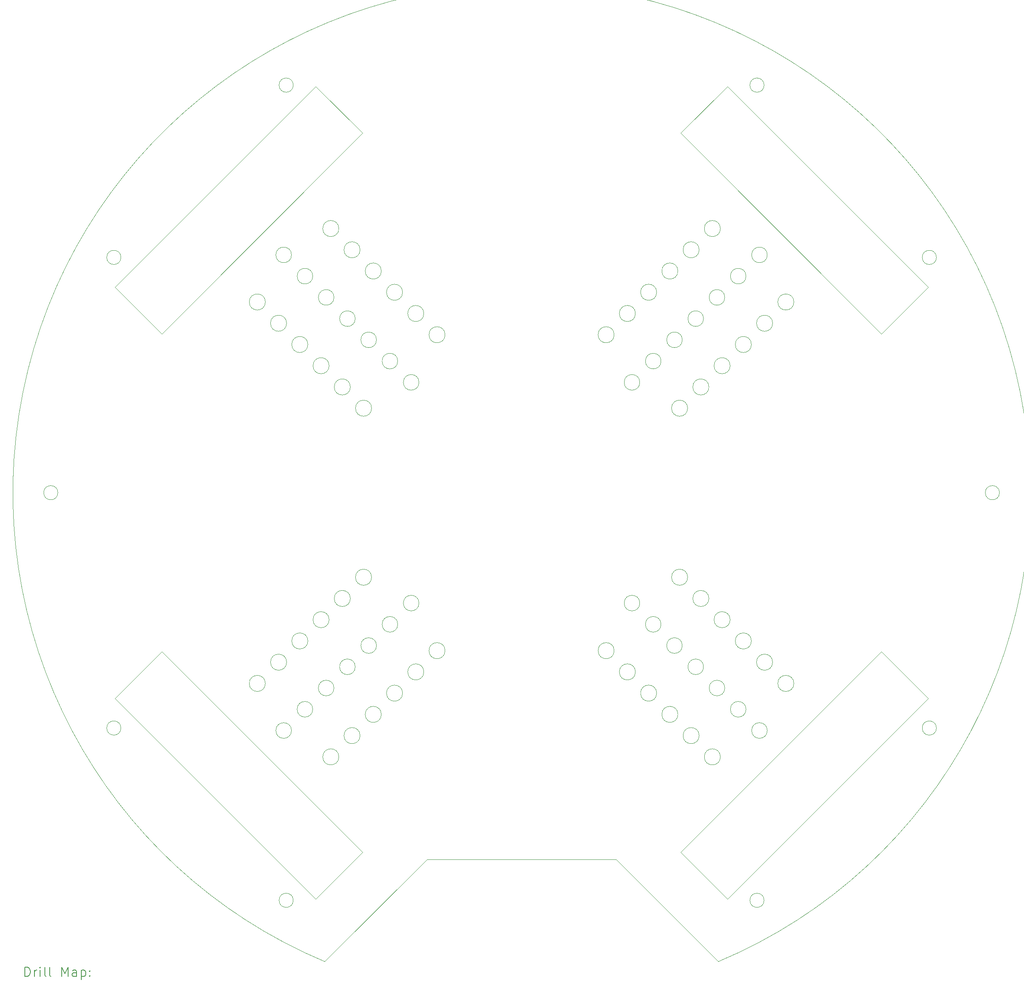
<source format=gbr>
%TF.GenerationSoftware,KiCad,Pcbnew,(6.0.9)*%
%TF.CreationDate,2023-07-09T09:41:22+10:00*%
%TF.ProjectId,Line 2.4,4c696e65-2032-42e3-942e-6b696361645f,rev?*%
%TF.SameCoordinates,Original*%
%TF.FileFunction,Drillmap*%
%TF.FilePolarity,Positive*%
%FSLAX45Y45*%
G04 Gerber Fmt 4.5, Leading zero omitted, Abs format (unit mm)*
G04 Created by KiCad (PCBNEW (6.0.9)) date 2023-07-09 09:41:22*
%MOMM*%
%LPD*%
G01*
G04 APERTURE LIST*
%ADD10C,0.100000*%
%ADD11C,0.200000*%
G04 APERTURE END LIST*
D10*
X29698707Y-5558653D02*
X33941347Y-9801293D01*
X16758653Y-18498707D02*
X17748602Y-17508757D01*
X22283522Y-17381478D02*
G75*
G03*
X22283522Y-17381478I-165000J0D01*
G01*
X30475000Y-22766953D02*
G75*
G03*
X30475000Y-22766953I-150000J0D01*
G01*
X20525000Y-5533047D02*
G75*
G03*
X20525000Y-5533047I-150000J0D01*
G01*
X28746478Y-10918522D02*
G75*
G03*
X28746478Y-10918522I-165000J0D01*
G01*
X28204955Y-18387620D02*
G75*
G03*
X28204955Y-18387620I-170000J0D01*
G01*
X22835045Y-9912380D02*
G75*
G03*
X22835045Y-9912380I-170000J0D01*
G01*
X31104659Y-18181994D02*
G75*
G03*
X31104659Y-18181994I-170000J0D01*
G01*
X30093516Y-9571484D02*
G75*
G03*
X30093516Y-9571484I-165000J0D01*
G01*
X27755942Y-10361393D02*
G75*
G03*
X27755942Y-10361393I-170000J0D01*
G01*
X22386032Y-9463367D02*
G75*
G03*
X22386032Y-9463367I-170000J0D01*
G01*
X30655646Y-10567019D02*
G75*
G03*
X30655646Y-10567019I-170000J0D01*
G01*
X17748602Y-17508757D02*
X21991243Y-21751398D01*
X20936484Y-9571484D02*
G75*
G03*
X20936484Y-9571484I-165000J0D01*
G01*
X22180406Y-15936929D02*
G75*
G03*
X22180406Y-15936929I-170000J0D01*
G01*
X22180405Y-12363070D02*
G75*
G03*
X22180405Y-12363070I-170000J0D01*
G01*
X28653968Y-18836633D02*
G75*
G03*
X28653968Y-18836633I-170000J0D01*
G01*
X27306929Y-10810405D02*
G75*
G03*
X27306929Y-10810405I-170000J0D01*
G01*
X23181548Y-16483452D02*
G75*
G03*
X23181548Y-16483452I-165000J0D01*
G01*
X30206633Y-11016032D02*
G75*
G03*
X30206633Y-11016032I-170000J0D01*
G01*
X21001293Y-22741347D02*
X16758653Y-18498707D01*
X21991243Y-21751398D02*
X21001293Y-22741347D01*
X20487471Y-19177529D02*
G75*
G03*
X20487471Y-19177529I-165000J0D01*
G01*
X30475000Y-5533047D02*
G75*
G03*
X30475000Y-5533047I-150000J0D01*
G01*
X28204955Y-9912380D02*
G75*
G03*
X28204955Y-9912380I-170000J0D01*
G01*
X27755942Y-17938607D02*
G75*
G03*
X27755942Y-17938607I-170000J0D01*
G01*
X20936484Y-18728516D02*
G75*
G03*
X20936484Y-18728516I-165000J0D01*
G01*
X30655646Y-17732981D02*
G75*
G03*
X30655646Y-17732981I-170000J0D01*
G01*
X29551994Y-8565341D02*
G75*
G03*
X29551994Y-8565341I-170000J0D01*
G01*
X21188266Y-24061734D02*
X23350000Y-21900000D01*
X23733071Y-10810405D02*
G75*
G03*
X23733071Y-10810405I-170000J0D01*
G01*
X21834509Y-10469509D02*
G75*
G03*
X21834509Y-10469509I-165000J0D01*
G01*
X28859595Y-12363070D02*
G75*
G03*
X28859595Y-12363070I-170000J0D01*
G01*
X29102981Y-19285646D02*
G75*
G03*
X29102981Y-19285646I-170000J0D01*
G01*
X27306930Y-17489595D02*
G75*
G03*
X27306930Y-17489595I-170000J0D01*
G01*
X29551993Y-19734659D02*
G75*
G03*
X29551993Y-19734659I-170000J0D01*
G01*
X30542529Y-9122471D02*
G75*
G03*
X30542529Y-9122471I-165000J0D01*
G01*
X27848452Y-11816548D02*
G75*
G03*
X27848452Y-11816548I-165000J0D01*
G01*
X15550000Y-14150000D02*
G75*
G03*
X15550000Y-14150000I-150000J0D01*
G01*
X21488007Y-19734659D02*
G75*
G03*
X21488007Y-19734659I-170000J0D01*
G01*
X27350000Y-21900000D02*
X29511734Y-24061734D01*
X21282380Y-16834955D02*
G75*
G03*
X21282380Y-16834955I-170000J0D01*
G01*
X29757620Y-11465045D02*
G75*
G03*
X29757620Y-11465045I-170000J0D01*
G01*
X21001293Y-5558653D02*
X21991243Y-6548602D01*
X21385496Y-10020496D02*
G75*
G03*
X21385496Y-10020496I-165000J0D01*
G01*
X28653968Y-9463367D02*
G75*
G03*
X28653968Y-9463367I-170000J0D01*
G01*
X22386032Y-18836633D02*
G75*
G03*
X22386032Y-18836633I-170000J0D01*
G01*
X33941347Y-18498707D02*
X29698707Y-22741347D01*
X27848452Y-16483452D02*
G75*
G03*
X27848452Y-16483452I-165000J0D01*
G01*
X29308607Y-16385942D02*
G75*
G03*
X29308607Y-16385942I-170000J0D01*
G01*
X22283522Y-10918522D02*
G75*
G03*
X22283522Y-10918522I-165000J0D01*
G01*
X32951398Y-10791243D02*
X28708757Y-6548602D01*
X29757620Y-16834955D02*
G75*
G03*
X29757620Y-16834955I-170000J0D01*
G01*
X21834509Y-17830491D02*
G75*
G03*
X21834509Y-17830491I-165000J0D01*
G01*
X21731393Y-16385942D02*
G75*
G03*
X21731393Y-16385942I-170000J0D01*
G01*
X21731393Y-11914058D02*
G75*
G03*
X21731393Y-11914058I-170000J0D01*
G01*
X20833367Y-11016032D02*
G75*
G03*
X20833367Y-11016032I-170000J0D01*
G01*
X20384354Y-17732981D02*
G75*
G03*
X20384354Y-17732981I-170000J0D01*
G01*
X33941347Y-9801293D02*
X32951398Y-10791243D01*
X23350000Y-21900000D02*
X27350000Y-21900000D01*
X34116953Y-9175000D02*
G75*
G03*
X34116953Y-9175000I-150000J0D01*
G01*
X21488006Y-8565341D02*
G75*
G03*
X21488006Y-8565341I-170000J0D01*
G01*
X22732535Y-16932465D02*
G75*
G03*
X22732535Y-16932465I-165000J0D01*
G01*
X34116953Y-19125000D02*
G75*
G03*
X34116953Y-19125000I-150000J0D01*
G01*
X29644504Y-18279504D02*
G75*
G03*
X29644504Y-18279504I-165000J0D01*
G01*
X28746478Y-17381478D02*
G75*
G03*
X28746478Y-17381478I-165000J0D01*
G01*
X19935341Y-18181994D02*
G75*
G03*
X19935341Y-18181994I-170000J0D01*
G01*
X22835045Y-18387620D02*
G75*
G03*
X22835045Y-18387620I-170000J0D01*
G01*
X16883047Y-9175000D02*
G75*
G03*
X16883047Y-9175000I-150000J0D01*
G01*
X21282380Y-11465045D02*
G75*
G03*
X21282380Y-11465045I-170000J0D01*
G01*
X28297465Y-11367535D02*
G75*
G03*
X28297465Y-11367535I-165000J0D01*
G01*
X29195491Y-10469509D02*
G75*
G03*
X29195491Y-10469509I-165000J0D01*
G01*
X19935342Y-10118006D02*
G75*
G03*
X19935342Y-10118006I-170000J0D01*
G01*
X21937019Y-9014354D02*
G75*
G03*
X21937019Y-9014354I-170000J0D01*
G01*
X22732535Y-11367535D02*
G75*
G03*
X22732535Y-11367535I-165000J0D01*
G01*
X23284058Y-10361393D02*
G75*
G03*
X23284058Y-10361393I-170000J0D01*
G01*
X20833367Y-17283968D02*
G75*
G03*
X20833367Y-17283968I-170000J0D01*
G01*
X30542529Y-19177529D02*
G75*
G03*
X30542529Y-19177529I-165000J0D01*
G01*
X31104658Y-10118006D02*
G75*
G03*
X31104658Y-10118006I-170000J0D01*
G01*
X20525000Y-22766953D02*
G75*
G03*
X20525000Y-22766953I-150000J0D01*
G01*
X35450000Y-14150000D02*
G75*
G03*
X35450000Y-14150000I-150000J0D01*
G01*
X29102981Y-9014354D02*
G75*
G03*
X29102981Y-9014354I-170000J0D01*
G01*
X21385496Y-18279504D02*
G75*
G03*
X21385496Y-18279504I-165000J0D01*
G01*
X28708757Y-21751398D02*
X32951398Y-17508757D01*
X23284058Y-17938607D02*
G75*
G03*
X23284058Y-17938607I-170000J0D01*
G01*
X23181548Y-11816548D02*
G75*
G03*
X23181548Y-11816548I-165000J0D01*
G01*
X30206633Y-17283968D02*
G75*
G03*
X30206633Y-17283968I-170000J0D01*
G01*
X16758653Y-9801293D02*
X21001293Y-5558653D01*
X20487471Y-9122471D02*
G75*
G03*
X20487471Y-9122471I-165000J0D01*
G01*
X29308607Y-11914058D02*
G75*
G03*
X29308607Y-11914058I-170000J0D01*
G01*
X28297465Y-16932465D02*
G75*
G03*
X28297465Y-16932465I-165000J0D01*
G01*
X30093516Y-18728516D02*
G75*
G03*
X30093516Y-18728516I-165000J0D01*
G01*
X29698707Y-22741347D02*
X28708757Y-21751398D01*
X28708757Y-6548602D02*
X29698707Y-5558653D01*
X17748602Y-10791243D02*
X16758653Y-9801293D01*
X32951398Y-17508757D02*
X33941347Y-18498707D01*
X21991243Y-6548602D02*
X17748602Y-10791243D01*
X29511734Y-24061734D02*
G75*
G03*
X21188266Y-24061734I-4161734J9911734D01*
G01*
X29644504Y-10020496D02*
G75*
G03*
X29644504Y-10020496I-165000J0D01*
G01*
X29195491Y-17830491D02*
G75*
G03*
X29195491Y-17830491I-165000J0D01*
G01*
X23733070Y-17489595D02*
G75*
G03*
X23733070Y-17489595I-170000J0D01*
G01*
X21937019Y-19285646D02*
G75*
G03*
X21937019Y-19285646I-170000J0D01*
G01*
X28859594Y-15936929D02*
G75*
G03*
X28859594Y-15936929I-170000J0D01*
G01*
X20384354Y-10567019D02*
G75*
G03*
X20384354Y-10567019I-170000J0D01*
G01*
X16883047Y-19125000D02*
G75*
G03*
X16883047Y-19125000I-150000J0D01*
G01*
D11*
X14852619Y-24377210D02*
X14852619Y-24177210D01*
X14900238Y-24177210D01*
X14928809Y-24186734D01*
X14947857Y-24205782D01*
X14957381Y-24224829D01*
X14966905Y-24262924D01*
X14966905Y-24291496D01*
X14957381Y-24329591D01*
X14947857Y-24348639D01*
X14928809Y-24367686D01*
X14900238Y-24377210D01*
X14852619Y-24377210D01*
X15052619Y-24377210D02*
X15052619Y-24243877D01*
X15052619Y-24281972D02*
X15062143Y-24262924D01*
X15071667Y-24253401D01*
X15090714Y-24243877D01*
X15109762Y-24243877D01*
X15176428Y-24377210D02*
X15176428Y-24243877D01*
X15176428Y-24177210D02*
X15166905Y-24186734D01*
X15176428Y-24196258D01*
X15185952Y-24186734D01*
X15176428Y-24177210D01*
X15176428Y-24196258D01*
X15300238Y-24377210D02*
X15281190Y-24367686D01*
X15271667Y-24348639D01*
X15271667Y-24177210D01*
X15405000Y-24377210D02*
X15385952Y-24367686D01*
X15376428Y-24348639D01*
X15376428Y-24177210D01*
X15633571Y-24377210D02*
X15633571Y-24177210D01*
X15700238Y-24320067D01*
X15766905Y-24177210D01*
X15766905Y-24377210D01*
X15947857Y-24377210D02*
X15947857Y-24272448D01*
X15938333Y-24253401D01*
X15919286Y-24243877D01*
X15881190Y-24243877D01*
X15862143Y-24253401D01*
X15947857Y-24367686D02*
X15928809Y-24377210D01*
X15881190Y-24377210D01*
X15862143Y-24367686D01*
X15852619Y-24348639D01*
X15852619Y-24329591D01*
X15862143Y-24310543D01*
X15881190Y-24301020D01*
X15928809Y-24301020D01*
X15947857Y-24291496D01*
X16043095Y-24243877D02*
X16043095Y-24443877D01*
X16043095Y-24253401D02*
X16062143Y-24243877D01*
X16100238Y-24243877D01*
X16119286Y-24253401D01*
X16128809Y-24262924D01*
X16138333Y-24281972D01*
X16138333Y-24339115D01*
X16128809Y-24358162D01*
X16119286Y-24367686D01*
X16100238Y-24377210D01*
X16062143Y-24377210D01*
X16043095Y-24367686D01*
X16224048Y-24358162D02*
X16233571Y-24367686D01*
X16224048Y-24377210D01*
X16214524Y-24367686D01*
X16224048Y-24358162D01*
X16224048Y-24377210D01*
X16224048Y-24253401D02*
X16233571Y-24262924D01*
X16224048Y-24272448D01*
X16214524Y-24262924D01*
X16224048Y-24253401D01*
X16224048Y-24272448D01*
M02*

</source>
